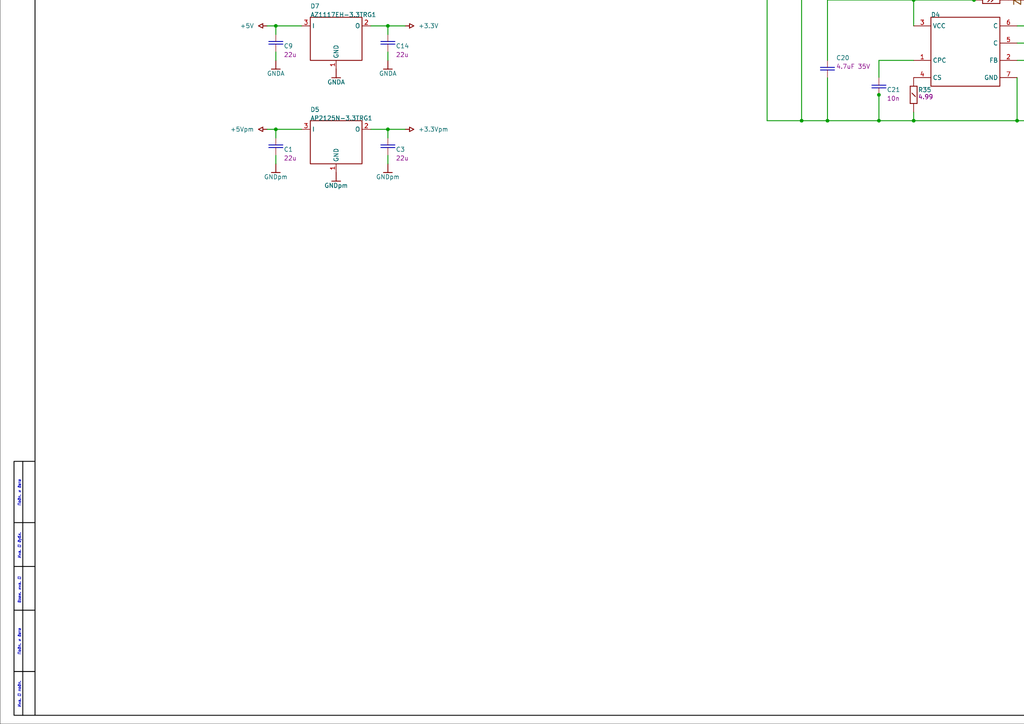
<source format=kicad_sch>
(kicad_sch (version 20230121) (generator eeschema)
  (paper "A4")
  (junction (at 240 35.0072))
  (junction (at 112.5 37.5072))
  (junction (at 317.5 25.0072))
  (junction (at 232.5 -7.4928))
  (junction (at 80 7.5072))
  (junction (at 140 -19.9928))
  (junction (at 355 15.0072))
  (junction (at 305 -19.9928))
  (junction (at 355 0.0072))
  (junction (at 137.5 -9.9928))
  (junction (at 282.5 0.0072))
  (junction (at 375 15.0072))
  (junction (at 267.5 -19.9928))
  (junction (at 345 0.0072))
  (junction (at 317.5 35.0072))
  (junction (at 375 -19.9928))
  (junction (at 357.5 -49.9928))
  (junction (at 345 -4.9928))
  (junction (at 112.5 7.5072))
  (junction (at 307.5 0.0072))
  (junction (at 335 -57.4928))
  (junction (at 272.5 -19.9928))
  (junction (at 300 -2.4928))
  (junction (at 375 -4.9928))
  (junction (at 355 -19.9928))
  (junction (at 254.92 35.0072))
  (junction (at 110 -47.4928))
  (junction (at 100 -37.4928))
  (junction (at 282.5 -19.9928))
  (junction (at 307.5 17.5072))
  (junction (at 232.5 -19.9928))
  (junction (at 300 -9.9928))
  (junction (at 307.5 35.0072))
  (junction (at 305 -12.4128))
  (junction (at 345 -19.9928))
  (junction (at 370 -49.9928))
  (junction (at 265 35.0072))
  (junction (at 375 0.0072))
  (junction (at 135 -19.9928))
  (junction (at 80 37.5072))
  (junction (at 300 7.5072))
  (junction (at 357.5 -64.9928))
  (junction (at 295 -19.9928))
  (junction (at 345 -57.4928))
  (junction (at 247.5 -19.9928))
  (junction (at 140 -42.4928))
  (junction (at 124.84 -19.9928))
  (junction (at 295 35.0072))
  (junction (at 137.5 -42.4928))
  (junction (at 355 -4.9928))
  (junction (at 265 0.0072))
  (junction (at 345 15.0072))
  (junction (at 137.5 -14.9928))
  (junction (at 232.5 35.0072))
  (junction (at 350 -4.9928))
  (junction (at 254.92 27.5072))
  (wire (pts (xy 267.5 -19.9928) (xy 272.5 -19.9928)) (stroke (width 0.254)))
  (wire (pts (xy 375 -4.9928) (xy 377.5 -4.9928)) (stroke (width 0.254)))
  (wire (pts (xy 232.5 -14.9928) (xy 232.5 -19.9928)) (stroke (width 0.254)))
  (wire (pts (xy 265 35.0072) (xy 265 32.5072)) (stroke (width 0.254)))
  (wire (pts (xy 305 -9.9928) (xy 305 -12.4128)) (stroke (width 0.254)))
  (wire (pts (xy 80 40.0072) (xy 80 37.5072)) (stroke (width 0.254)))
  (wire (pts (xy 320 15.0072) (xy 317.5 15.0072)) (stroke (width 0.254)))
  (wire (pts (xy 305 -19.9928) (xy 320 -19.9928)) (stroke (width 0.254)))
  (wire (pts (xy 232.5 -12.4928) (xy 232.5 -7.4928)) (stroke (width 0.254)))
  (wire (pts (xy 112.5 47.5072) (xy 112.5 45.0872)) (stroke (width 0.254)))
  (wire (pts (xy 262.5 -14.9928) (xy 267.5 -14.9928)) (stroke (width 0.254)))
  (wire (pts (xy 137.5 -29.9928) (xy 137.5 -14.9928)) (stroke (width 0.254)))
  (wire (pts (xy 167.5 -54.9928) (xy 202.5 -54.9928)) (stroke (width 0.254)))
  (wire (pts (xy 232.5 -7.4928) (xy 272.5 -7.4928)) (stroke (width 0.254)))
  (wire (pts (xy 182.5 -34.9928) (xy 202.5 -34.9928)) (stroke (width 0.254)))
  (wire (pts (xy 135 -27.4928) (xy 145 -27.4928)) (stroke (width 0.254)))
  (wire (pts (xy 345 12.5072) (xy 345 15.0072)) (stroke (width 0.254)))
  (wire (pts (xy 282.5 -14.9928) (xy 282.5 -19.9928)) (stroke (width 0.254)))
  (wire (pts (xy 335 15.0072) (xy 345 15.0072)) (stroke (width 0.254)))
  (wire (pts (xy 367.5 -64.9928) (xy 357.5 -64.9928)) (stroke (width 0.254)))
  (wire (pts (xy 167.5 -47.4928) (xy 170 -47.4928)) (stroke (width 0.254)))
  (wire (pts (xy 345 -57.4928) (xy 335 -57.4928)) (stroke (width 0.254)))
  (wire (pts (xy 142.5 -39.9928) (xy 142.5 -14.9928)) (stroke (width 0.254)))
  (wire (pts (xy 240 22.5872) (xy 240 35.0072)) (stroke (width 0.254)))
  (wire (pts (xy 355 15.0072) (xy 355 10.0072)) (stroke (width 0.254)))
  (wire (pts (xy 105 -37.4928) (xy 100 -37.4928)) (stroke (width 0.254)))
  (wire (pts (xy 355 0.0072) (xy 355 2.5072)) (stroke (width 0.254)))
  (wire (pts (xy 350 -4.9928) (xy 345 -4.9928)) (stroke (width 0.254)))
  (wire (pts (xy 282.5 -19.9928) (xy 295 -19.9928)) (stroke (width 0.254)))
  (wire (pts (xy 272.5 -7.4928) (xy 272.5 -12.4928)) (stroke (width 0.254)))
  (wire (pts (xy 320 -4.9928) (xy 315 -2.4928)) (stroke (width 0.254)))
  (wire (pts (xy 135 -19.9928) (xy 135 -27.4928)) (stroke (width 0.254)))
  (wire (pts (xy 377.5 -49.9928) (xy 370 -49.9928)) (stroke (width 0.254)))
  (wire (pts (xy 345 -37.4928) (xy 345 -44.9128)) (stroke (width 0.254)))
  (wire (pts (xy 307.5 0.0072) (xy 320 0.0072)) (stroke (width 0.254)))
  (wire (pts (xy 112.5 7.5072) (xy 117.5 7.5072)) (stroke (width 0.254)))
  (wire (pts (xy 107.5 37.5072) (xy 112.5 37.5072)) (stroke (width 0.254)))
  (wire (pts (xy 265 0.0072) (xy 240 0.0072)) (stroke (width 0.254)))
  (wire (pts (xy 345 0.0072) (xy 342.5 0.0072)) (stroke (width 0.254)))
  (wire (pts (xy 142.5 -14.9928) (xy 170 -14.9928)) (stroke (width 0.254)))
  (wire (pts (xy 230 -19.9928) (xy 232.5 -19.9928)) (stroke (width 0.254)))
  (wire (pts (xy 222.5 35.0072) (xy 232.5 35.0072)) (stroke (width 0.254)))
  (wire (pts (xy 352.5 -57.4928) (xy 345 -57.4928)) (stroke (width 0.254)))
  (wire (pts (xy 255 27.5072) (xy 254.92 27.5072)) (stroke (width 0.254)))
  (wire (pts (xy 345 15.0072) (xy 355 15.0072)) (stroke (width 0.254)))
  (wire (pts (xy 254.92 27.5072) (xy 254.92 35.0072)) (stroke (width 0.254)))
  (wire (pts (xy 210 -19.9928) (xy 220 -19.9928)) (stroke (width 0.254)))
  (wire (pts (xy 95.08 -47.4928) (xy 110 -47.4928)) (stroke (width 0.254)))
  (wire (pts (xy 300 -2.4928) (xy 300 -4.9128)) (stroke (width 0.254)))
  (wire (pts (xy 247.5 -14.9928) (xy 252.5 -14.9928)) (stroke (width 0.254)))
  (wire (pts (xy 355 -19.9928) (xy 355 -17.4928)) (stroke (width 0.254)))
  (wire (pts (xy 375 -17.4928) (xy 375 -19.9928)) (stroke (width 0.254)))
  (wire (pts (xy 305 -19.9928) (xy 305 -17.4928)) (stroke (width 0.254)))
  (wire (pts (xy 307.5 35.0072) (xy 295 35.0072)) (stroke (width 0.254)))
  (wire (pts (xy 370 -49.9928) (xy 357.5 -49.9928)) (stroke (width 0.254)))
  (wire (pts (xy 210 -14.9928) (xy 222.5 -14.9928)) (stroke (width 0.254)))
  (wire (pts (xy 232.5 -19.9928) (xy 247.5 -19.9928)) (stroke (width 0.254)))
  (wire (pts (xy 355 15.0072) (xy 375 15.0072)) (stroke (width 0.254)))
  (wire (pts (xy 247.5 -19.9928) (xy 247.5 -14.9928)) (stroke (width 0.254)))
  (wire (pts (xy 322.42 25.0072) (xy 317.5 25.0072)) (stroke (width 0.254)))
  (wire (pts (xy 80 10.0072) (xy 80 7.5072)) (stroke (width 0.254)))
  (wire (pts (xy 100 -34.9928) (xy 100 -37.4928)) (stroke (width 0.254)))
  (wire (pts (xy 345 0.0072) (xy 355 0.0072)) (stroke (width 0.254)))
  (wire (pts (xy 295 7.5072) (xy 300 7.5072)) (stroke (width 0.254)))
  (wire (pts (xy 282.5 -4.9928) (xy 282.5 0.0072)) (stroke (width 0.254)))
  (wire (pts (xy 295 17.5072) (xy 307.5 17.5072)) (stroke (width 0.254)))
  (wire (pts (xy 295 -9.9928) (xy 300 -9.9928)) (stroke (width 0.254)))
  (wire (pts (xy 282.5 0.0072) (xy 265 0.0072)) (stroke (width 0.254)))
  (wire (pts (xy 157.5 -57.4928) (xy 125 -57.4928)) (stroke (width 0.254)))
  (wire (pts (xy 137.5 -42.4928) (xy 140 -42.4928)) (stroke (width 0.254)))
  (wire (pts (xy 317.5 35.0072) (xy 307.5 35.0072)) (stroke (width 0.254)))
  (wire (pts (xy 137.5 -42.4928) (xy 137.5 -64.9928)) (stroke (width 0.254)))
  (wire (pts (xy 80 17.5072) (xy 80 15.0872)) (stroke (width 0.254)))
  (wire (pts (xy 112.5 37.5072) (xy 112.5 40.0072)) (stroke (width 0.254)))
  (wire (pts (xy 272.5 -19.9928) (xy 282.5 -19.9928)) (stroke (width 0.254)))
  (wire (pts (xy 202.5 -69.9928) (xy 195 -69.9928)) (stroke (width 0.254)))
  (wire (pts (xy 112.5 37.5072) (xy 117.5 37.5072)) (stroke (width 0.254)))
  (wire (pts (xy 110 -47.4928) (xy 110 -44.9928)) (stroke (width 0.254)))
  (wire (pts (xy 240 0.0072) (xy 240 17.5072)) (stroke (width 0.254)))
  (wire (pts (xy 140 -42.4928) (xy 142.5 -42.4928)) (stroke (width 0.254)))
  (wire (pts (xy 345 -49.9928) (xy 345 -57.4928)) (stroke (width 0.254)))
  (wire (pts (xy 267.5 -14.9928) (xy 267.5 -19.9928)) (stroke (width 0.254)))
  (wire (pts (xy 322.42 35.0072) (xy 317.5 35.0072)) (stroke (width 0.254)))
  (wire (pts (xy 254.92 22.4272) (xy 254.92 17.5072)) (stroke (width 0.254)))
  (wire (pts (xy 305 -57.4928) (xy 297.5 -57.4928)) (stroke (width 0.254)))
  (wire (pts (xy 295 35.0072) (xy 265 35.0072)) (stroke (width 0.254)))
  (wire (pts (xy 112.5 17.5072) (xy 112.5 15.0872)) (stroke (width 0.254)))
  (wire (pts (xy 307.5 17.5072) (xy 307.5 20.0072)) (stroke (width 0.254)))
  (wire (pts (xy 85 -47.4928) (xy 90 -47.4928)) (stroke (width 0.254)))
  (wire (pts (xy 375 0.0072) (xy 377.5 0.0072)) (stroke (width 0.254)))
  (wire (pts (xy 232.5 35.0072) (xy 232.5 -7.4928)) (stroke (width 0.254)))
  (wire (pts (xy 182.5 -62.4928) (xy 182.5 -34.9928)) (stroke (width 0.254)))
  (wire (pts (xy 254.92 17.5072) (xy 265 17.5072)) (stroke (width 0.254)))
  (wire (pts (xy 112.5 7.5072) (xy 112.5 10.0072)) (stroke (width 0.254)))
  (wire (pts (xy 320 -39.9928) (xy 320 -37.4928)) (stroke (width 0.254)))
  (wire (pts (xy 170 -19.9928) (xy 140 -19.9928)) (stroke (width 0.254)))
  (wire (pts (xy 137.5 -9.9928) (xy 137.5 -14.9928)) (stroke (width 0.254)))
  (wire (pts (xy 320 -57.4928) (xy 315 -57.4928)) (stroke (width 0.254)))
  (wire (pts (xy 80 37.5072) (xy 87.5 37.5072)) (stroke (width 0.254)))
  (wire (pts (xy 300 7.5072) (xy 300 -2.4928)) (stroke (width 0.254)))
  (wire (pts (xy 375 10.0072) (xy 375 15.0072)) (stroke (width 0.254)))
  (wire (pts (xy 357.5 -62.4928) (xy 357.5 -64.9928)) (stroke (width 0.254)))
  (wire (pts (xy 202.5 -39.9928) (xy 195 -39.9928)) (stroke (width 0.254)))
  (wire (pts (xy 124.84 -19.9928) (xy 120 -19.9928)) (stroke (width 0.254)))
  (wire (pts (xy 297.5 0.0072) (xy 307.5 0.0072)) (stroke (width 0.254)))
  (wire (pts (xy 357.5 -49.9928) (xy 357.5 -52.4928)) (stroke (width 0.254)))
  (wire (pts (xy 335 -54.9928) (xy 335 -57.4928)) (stroke (width 0.254)))
  (wire (pts (xy 80 47.5072) (xy 80 45.0872)) (stroke (width 0.254)))
  (wire (pts (xy 307.5 5.0072) (xy 307.5 0.0072)) (stroke (width 0.254)))
  (wire (pts (xy 80 37.5072) (xy 77.5 37.5072)) (stroke (width 0.254)))
  (wire (pts (xy 137.5 -64.9928) (xy 157.5 -64.9928)) (stroke (width 0.254)))
  (wire (pts (xy 355 -9.9928) (xy 355 -4.9928)) (stroke (width 0.254)))
  (wire (pts (xy 335 -4.9928) (xy 345 -4.9928)) (stroke (width 0.254)))
  (wire (pts (xy 157.5 -47.4928) (xy 110 -47.4928)) (stroke (width 0.254)))
  (wire (pts (xy 305 -12.4128) (xy 305 -12.4928)) (stroke (width 0.254)))
  (wire (pts (xy 202.5 -49.9928) (xy 195 -49.9928)) (stroke (width 0.254)))
  (wire (pts (xy 375 2.5072) (xy 375 0.0072)) (stroke (width 0.254)))
  (wire (pts (xy 202.5 -59.9928) (xy 195 -59.9928)) (stroke (width 0.254)))
  (wire (pts (xy 375 -19.9928) (xy 377.5 -19.9928)) (stroke (width 0.254)))
  (wire (pts (xy 375 -9.9928) (xy 375 -4.9928)) (stroke (width 0.254)))
  (wire (pts (xy 265 35.0072) (xy 254.92 35.0072)) (stroke (width 0.254)))
  (wire (pts (xy 140 -39.9928) (xy 142.5 -39.9928)) (stroke (width 0.254)))
  (wire (pts (xy 320 -37.4928) (xy 297.5 -37.4928)) (stroke (width 0.254)))
  (wire (pts (xy 317.5 25.0072) (xy 317.5 35.0072)) (stroke (width 0.254)))
  (wire (pts (xy 190 -19.9928) (xy 197.5 -19.9928)) (stroke (width 0.254)))
  (wire (pts (xy 335 -57.4928) (xy 335 -59.9928)) (stroke (width 0.254)))
  (wire (pts (xy 140 -9.9928) (xy 137.5 -9.9928)) (stroke (width 0.254)))
  (wire (pts (xy 320 -54.9928) (xy 320 -57.4928)) (stroke (width 0.254)))
  (wire (pts (xy 137.5 -39.9928) (xy 137.5 -42.4928)) (stroke (width 0.254)))
  (wire (pts (xy 327.5 25.0072) (xy 350 25.0072)) (stroke (width 0.254)))
  (wire (pts (xy 295 12.5072) (xy 300 12.5072)) (stroke (width 0.254)))
  (wire (pts (xy 327.5 35.0072) (xy 345 35.0072)) (stroke (width 0.254)))
  (wire (pts (xy 222.5 -14.9928) (xy 222.5 35.0072)) (stroke (width 0.254)))
  (wire (pts (xy 345 -19.9928) (xy 342.5 -19.9928)) (stroke (width 0.254)))
  (wire (pts (xy 307.5 30.0072) (xy 307.5 35.0072)) (stroke (width 0.254)))
  (wire (pts (xy 167.5 -62.4928) (xy 182.5 -62.4928)) (stroke (width 0.254)))
  (wire (pts (xy 107.5 7.5072) (xy 112.5 7.5072)) (stroke (width 0.254)))
  (wire (pts (xy 335 -19.9928) (xy 337.5 -19.9928)) (stroke (width 0.254)))
  (wire (pts (xy 367.5 -37.4928) (xy 367.5 -42.4928)) (stroke (width 0.254)))
  (wire (pts (xy 125 -57.4928) (xy 125 -19.9928)) (stroke (width 0.254)))
  (wire (pts (xy 357.5 -64.9928) (xy 357.5 -67.4928)) (stroke (width 0.254)))
  (wire (pts (xy 300 12.5072) (xy 300 7.5072)) (stroke (width 0.254)))
  (wire (pts (xy 137.5 -14.9928) (xy 120 -14.9928)) (stroke (width 0.254)))
  (wire (pts (xy 355 -4.9928) (xy 350 -4.9928)) (stroke (width 0.254)))
  (wire (pts (xy 375 15.0072) (xy 377.5 15.0072)) (stroke (width 0.254)))
  (wire (pts (xy 190 -14.9928) (xy 197.5 -14.9928)) (stroke (width 0.254)))
  (wire (pts (xy 80 7.5072) (xy 77.5 7.5072)) (stroke (width 0.254)))
  (wire (pts (xy 307.5 17.5072) (xy 307.5 15.0072)) (stroke (width 0.254)))
  (wire (pts (xy 350 25.0072) (xy 350 -4.9928)) (stroke (width 0.254)))
  (wire (pts (xy 254.92 35.0072) (xy 240 35.0072)) (stroke (width 0.254)))
  (wire (pts (xy 202.5 -44.9928) (xy 195 -44.9928)) (stroke (width 0.254)))
  (wire (pts (xy 240 35.0072) (xy 232.5 35.0072)) (stroke (width 0.254)))
  (wire (pts (xy 125 -19.9928) (xy 124.84 -19.9928)) (stroke (width 0.254)))
  (wire (pts (xy 265 7.5072) (xy 265 0.0072)) (stroke (width 0.254)))
  (wire (pts (xy 357.5 -47.4928) (xy 357.5 -49.9928)) (stroke (width 0.254)))
  (wire (pts (xy 345 35.0072) (xy 345 15.0072)) (stroke (width 0.254)))
  (wire (pts (xy 295 -19.9928) (xy 305 -19.9928)) (stroke (width 0.254)))
  (wire (pts (xy 345 -4.9928) (xy 345 -7.4928)) (stroke (width 0.254)))
  (wire (pts (xy 345 -17.4928) (xy 345 -19.9928)) (stroke (width 0.254)))
  (wire (pts (xy 300 -9.9928) (xy 305 -9.9928)) (stroke (width 0.254)))
  (wire (pts (xy 367.5 -57.4928) (xy 367.5 -64.9928)) (stroke (width 0.254)))
  (wire (pts (xy 140 -19.9928) (xy 135 -19.9928)) (stroke (width 0.254)))
  (wire (pts (xy 100 -37.4928) (xy 92.5 -37.4928)) (stroke (width 0.254)))
  (wire (pts (xy 140 -42.4928) (xy 140 -39.9928)) (stroke (width 0.254)))
  (wire (pts (xy 335 -37.4928) (xy 335 -39.9928)) (stroke (width 0.254)))
  (wire (pts (xy 295 22.5072) (xy 295 35.0072)) (stroke (width 0.254)))
  (wire (pts (xy 272.5 -19.9928) (xy 272.5 -14.9928)) (stroke (width 0.254)))
  (wire (pts (xy 317.5 15.0072) (xy 317.5 25.0072)) (stroke (width 0.254)))
  (wire (pts (xy 80 7.5072) (xy 87.5 7.5072)) (stroke (width 0.254)))
  (wire (pts (xy 345 -19.9928) (xy 355 -19.9928)) (stroke (width 0.254)))
  (wire (pts (xy 345 2.5072) (xy 345 0.0072)) (stroke (width 0.254)))
  (wire (pts (xy 202.5 -64.9928) (xy 195 -64.9928)) (stroke (width 0.254)))
  (wire (pts (xy 335 0.0072) (xy 337.5 0.0072)) (stroke (width 0.254)))
  (wire (pts (xy 315 -2.4928) (xy 300 -2.4928)) (stroke (width 0.254)))
  (polyline (pts (xy 4.064 194.7672) (xy 10.16 194.7672)) (stroke (width 0.254) (type solid) (color 0 0 0 1)))
  (polyline (pts (xy 419.608 207.4672) (xy 419.608 199.8472)) (stroke (width 0.254) (type solid) (color 0 0 0 1)))
  (polyline (pts (xy 4.064 164.2872) (xy 10.16 164.2872)) (stroke (width 0.254) (type solid) (color 0 0 0 1)))
  (polyline (pts (xy 45.72 -89.2048) (xy 45.72 -81.5848) (xy 10.16 -81.5848)) (stroke (width 0.254) (type solid) (color 0 0 0 1)))
  (polyline (pts (xy 4.064 151.5872) (xy 10.16 151.5872)) (stroke (width 0.254) (type solid) (color 0 0 0 1)))
  (polyline (pts (xy 10.16 133.8072) (xy 4.064 133.8072) (xy 4.064 207.4672) (xy 424.688 207.4672) (xy 424.688 -89.2048) (xy 10.16 -89.2048) (xy 10.16 207.4672)) (stroke (width 0.254) (type solid) (color 0 0 0 1)))
  (polyline (pts (xy 424.688 199.8472) (xy 330.708 199.8472) (xy 330.708 207.4672)) (stroke (width 0.254) (type solid) (color 0 0 0 1)))
  (polyline (pts (xy 351.028 207.4672) (xy 351.028 199.8472)) (stroke (width 0.254) (type solid) (color 0 0 0 1)))
  (polyline (pts (xy 363.728 207.4672) (xy 363.728 199.8472)) (stroke (width 0.254) (type solid) (color 0 0 0 1)))
  (polyline (pts (xy 427.228 210.0072) (xy 427.228 -91.7448) (xy 0 -91.7448) (xy 0 210.0072) (xy 427.228 210.0072)) (stroke (width 0) (type solid) (color 0 0 0 1)))
  (polyline (pts (xy 327.5 -79.9928) (xy 327.5 107.5072)) (stroke (width 0.508) (type dash) (color 0 0 0 1)))
  (polyline (pts (xy 4.064 176.9872) (xy 10.16 176.9872)) (stroke (width 0.254) (type solid) (color 0 0 0 1)))
  (polyline (pts (xy 330.708 202.3872) (xy 363.728 202.3872)) (stroke (width 0) (type solid) (color 0 0 0 1)))
  (polyline (pts (xy 339.344 207.4672) (xy 339.344 199.8472)) (stroke (width 0.254) (type solid) (color 0 0 0 1)))
  (polyline (pts (xy 330.708 204.9272) (xy 363.728 204.9272)) (stroke (width 0.254) (type solid) (color 0 0 0 1)))
  (polyline (pts (xy 6.604 133.8072) (xy 6.604 207.4672)) (stroke (width 0.254) (type solid) (color 0 0 0 1)))
  (polyline (pts (xy 424.688 203.4032) (xy 419.608 203.4032)) (stroke (width 0.254) (type solid) (color 0 0 0 1)))
  (polyline (pts (xy 358.648 207.4672) (xy 358.648 199.8472)) (stroke (width 0.254) (type solid) (color 0 0 0 1)))
  (polyline (pts (xy 334.264 199.8472) (xy 334.264 207.4672)) (stroke (width 0.254) (type solid) (color 0 0 0 1)))
  (text "${DOCUMENTNUMBER}" (at 364.236 206.1972 0) (effects (font (size 2.794 2.794) italic) (justify left bottom)))
  (text "Лист." (at 335.026 206.9592 0) (effects (font (size 0.762 0.762) italic) (justify left bottom)))
  (text "Копировал" (at 366.268 209.4992 0) (effects (font (size 0.762 0.762) italic) (justify left bottom)))
  (text "${DOCUMENTNUMBER}" (at 45.466 -87.4268 0) (effects (font (size 1.778 1.778) italic) (justify right top)))
  (text "${#}" (at 421.386 206.7052 0) (effects (font (size 1.27 1.27) italic) (justify left bottom)))
  (text "Инв. № дубл." (at 6.096 162.2552 90) (effects (font (size 0.762 0.762) italic) (justify left bottom)))
  (text "Инв. № подп." (at 6.096 205.4352 90) (effects (font (size 0.762 0.762) italic) (justify left bottom)))
  (text "Подп. и дата" (at 6.096 190.1952 90) (effects (font (size 0.762 0.762) italic) (justify left bottom)))
  (text "№ докум." (at 341.884 206.9592 0) (effects (font (size 0.762 0.762) italic) (justify left bottom)))
  (text "Изм." (at 331.216 206.9592 0) (effects (font (size 0.762 0.762) italic) (justify left bottom)))
  (text "Подпись" (at 352.298 206.9592 0) (effects (font (size 0.762 0.762) italic) (justify left bottom)))
  (text "Взам. инв. №" (at 6.096 175.2092 90) (effects (font (size 0.762 0.762) italic) (justify left bottom)))
  (text "Формат А1" (at 406.908 209.4992 0) (effects (font (size 0.762 0.762) italic) (justify left bottom)))
  (text "Дата" (at 359.41 206.9592 0) (effects (font (size 0.762 0.762) italic) (justify left bottom)))
  (text "Вход 220 AC" (at 85 -14.9928 0) (effects (font (size 2.794 2.794)) (justify left bottom)))
  (text "Подп. и дата" (at 6.096 147.0152 90) (effects (font (size 0.762 0.762) italic) (justify left bottom)))
  (text "Лист" (at 420.37 202.3872 0) (effects (font (size 0.762 0.762) italic) (justify left bottom)))
  (label "P1" (at 195 -64.9928 0))
  (label "P1" (at 297.5 -57.4928 0))
  (label "P2" (at 297.5 -37.4928 0))
  (label "P2" (at 195 -44.9928 0))
  (label "DA" (at 195 -49.9928 0))
  (label "N" (at 172.5 -62.4928 0))
  (label "L" (at 172.5 -54.9928 0))
  (label "LINE" (at 195 -59.9928 0))
  (label "LINE" (at 120 -19.9928 0))
  (label "DB" (at 195 -69.9928 0))
  (hierarchical_label "PHS" (shape output) (at 377.5 -49.9928 0))
  (hierarchical_label "RELAY" (shape input) (at 92.5 -37.4928 180))
  (hierarchical_label "VP" (shape output) (at 145 -27.4928 0))
  (hierarchical_label "IP" (shape output) (at 142.5 -42.4928 0))
  (symbol (lib_id "Power_Supply L072-altium-import:root_1_1000pF 300VAC") (at 327.5 25.0072 0) (unit 1)
    (property "Reference" "C58" (at 322.5 22.5072 0) (effects (justify left bottom)))
    (property "Value" "1000pF 300VAC" (effects hide))
    (property "Footprint" "L7.5W5H6P7.5" (effects hide))
    (property "PART NUMBER" "6130" (effects hide))
    (property "VENDOR PN" "VY2102M29Y5US6TV7" (effects hide))
    (property "VENDOR" "Vishay" (effects hide))
    (property "ALTIUM_VALUE" "3300pF" (at 320 30.0072 0) (effects (justify left bottom)))
  )
  (symbol (lib_id "Power_Supply L072-altium-import:root_0_CW57-332K") (at 355 -19.9928 0) (unit 1)
    (property "Reference" "L6" (at 365 -27.4928 0) (effects (justify right)))
    (property "Value" "CW57-332K" (effects hide))
    (property "Footprint" "CW57" (effects hide))
    (property "PART NUMBER" "5707" (effects hide))
    (property "VENDOR PN" "CW57-332K" (effects hide))
    (property "VENDOR" "CEC COILS ELECTRONIC" (effects hide))
    (property "ALTIUM_VALUE" "3300u" (at 367.5 -24.9928 0) (effects (justify right)))
  )
  (symbol (lib_id "Power_Supply L072-altium-import:GNDA") (at 112.5 17.5072 0) (unit 1)
    (property "Reference" "#PWR?" (effects hide))
    (property "Value" "GNDA" (at 112.5 21.3172 0))
  )
  (symbol (lib_id "Power_Supply L072-altium-import:+3.3Vpm") (at 117.5 37.5072 90) (unit 1)
    (property "Reference" "#PWR?" (effects hide))
    (property "Value" "+3.3Vpm" (at 121.31 37.5072 90) (effects (justify right)))
  )
  (symbol (lib_id "Power_Supply L072-altium-import:GNDpm") (at 195 -39.9928 270) (unit 1)
    (property "Reference" "#PWR?" (effects hide))
    (property "Value" "GNDpm" (at 191.19 -39.9928 90) (effects (justify right)))
  )
  (symbol (lib_id "Power_Supply L072-altium-import:+5V") (at 377.5 0.0072 90) (unit 1)
    (property "Reference" "#PWR?" (effects hide))
    (property "Value" "+5V" (at 381.31 0.0072 90) (effects (justify right)))
  )
  (symbol (lib_id "Power_Supply L072-altium-import:GNDA") (at 367.5 -37.4928 0) (unit 1)
    (property "Reference" "#PWR?" (effects hide))
    (property "Value" "GNDA" (at 367.5 -33.6828 0))
  )
  (symbol (lib_id "Power_Supply L072-altium-import:+5Vpm") (at 77.5 37.5072 270) (unit 1)
    (property "Reference" "#PWR?" (effects hide))
    (property "Value" "+5Vpm" (at 73.69 37.5072 90) (effects (justify right)))
  )
  (symbol (lib_id "Power_Supply L072-altium-import:GNDpm") (at 137.5 -9.9928 0) (unit 1)
    (property "Reference" "#PWR?" (effects hide))
    (property "Value" "GNDpm" (at 137.5 -6.1828 0))
  )
  (symbol (lib_id "Power_Supply L072-altium-import:root_0_NRC06F10R0TR") (at 292.5 0.0072 0) (unit 1)
    (property "Reference" "R36" (at 287.5 -7.4928 0) (effects (justify top)))
    (property "Value" "0603 10 1%" (effects hide))
    (property "Footprint" "0603" (effects hide))
    (property "PART NUMBER" "5239" (effects hide))
    (property "VENDOR PN" "NRC06F10R0TR" (effects hide))
    (property "VENDOR" "NIC" (effects hide))
    (property "ALTIUM_VALUE" "10" (at 287.5 -2.4928 0) (effects (justify bottom)))
  )
  (symbol (lib_id "Power_Supply L072-altium-import:GNDA") (at 377.5 15.0072 90) (unit 1)
    (property "Reference" "#PWR?" (effects hide))
    (property "Value" "GNDA" (at 381.31 15.0072 90) (effects (justify right)))
  )
  (symbol (lib_id "Power_Supply L072-altium-import:root_2_ES1JFL") (at 90 -47.4928 0) (unit 1)
    (property "Reference" "VD7" (at 91.27 -49.0168 0) (effects (justify left bottom)))
    (property "Value" "ES1JFL" (effects hide))
    (property "Footprint" "SOD123" (effects hide))
    (property "VENDOR" "Fairchild" (effects hide))
    (property "PART NUMBER" "5662" (effects hide))
    (property "VENDOR PN" "ES1JFL" (at 91.27 -43.4288 0) (effects (justify left bottom)))
  )
  (symbol (lib_id "Power_Supply L072-altium-import:root_1_ES1JFL") (at 300 -9.9928 0) (unit 1)
    (property "Reference" "VD12" (at 301.524 -6.1828 0) (effects (justify left bottom)))
    (property "Value" "ES1JFL" (effects hide))
    (property "Footprint" "SOD123" (effects hide))
    (property "VENDOR" "Fairchild" (effects hide))
    (property "PART NUMBER" "5662" (effects hide))
    (property "VENDOR PN" "ES1JFL" (at 301.524 -3.6428 0) (effects (justify left bottom)))
  )
  (symbol (lib_id "Power_Supply L072-altium-import:root_0_TS5W-18.4-18.4-9.2") (at 320 15.0072 0) (unit 1)
    (property "Reference" "T1" (at 322.5 -27.4928 0) (effects (justify bottom)))
    (property "Value" "TS5W-18.4-18.4-9.2" (at 315 -27.4928 0) (effects (justify top)))
    (property "Footprint" "TS5W" (effects hide))
    (property "PART NUMBER" "6015" (effects hide))
    (property "MANUFACTURER PN" "TS5W-18.4-18.4-9.2" (effects hide))
  )
  (symbol (lib_id "Power_Supply L072-altium-import:root_0_NRCV12F4751TR") (at 252.5 -14.9928 0) (unit 1)
    (property "Reference" "R34" (at 255 -17.4928 0) (effects (justify left)))
    (property "Value" "1206 4.75K" (effects hide))
    (property "Footprint" "1206" (effects hide))
    (property "VENDOR PN" "NRCV12F4751TR" (effects hide))
    (property "VENDOR" "NIC" (effects hide))
    (property "PART NUMBER" "5694" (effects hide))
    (property "ALTIUM_VALUE" "4.75K" (at 255 -12.4928 0) (effects (justify left)))
  )
  (symbol (lib_id "Power_Supply L072-altium-import:root_0_KPC354NT") (at 320 -37.4928 0) (unit 1)
    (property "Reference" "VO4" (at 327.5 -54.2428 0) (effects (justify bottom)))
    (property "Value" "KPC354NT" (at 327.5 -41.2428 0) (effects (justify top)))
    (property "Footprint" "KPC354" (effects hide))
    (property "PART NUMBER" "5558" (effects hide))
    (property "VENDOR PN" "KPC354NT0A" (effects hide))
    (property "VENDOR" "Cosmo" (effects hide))
  )
  (symbol (lib_id "Power_Supply L072-altium-import:root_1_NRC10F7682TR") (at 307.5 15.0072 0) (unit 1)
    (property "Reference" "R39" (at 308.754 9.2852 0) (effects (justify left bottom)))
    (property "Value" "0805 76.8 KОм 1%" (effects hide))
    (property "Footprint" "0805" (effects hide))
    (property "MANUFACTURER" "NIC" (effects hide))
    (property "MANUFACTURER PN" "NRC10F7682TR" (effects hide))
    (property "PART NUMBER" "6022" (effects hide))
    (property "ALTIUM_VALUE" "76.8 K" (at 308.754 11.3172 0) (effects (justify left bottom)))
  )
  (symbol (lib_id "Power_Supply L072-altium-import:root_0_GRM188R60J226MEA0D") (at 112.5 10.0072 0) (unit 1)
    (property "Reference" "C14" (at 114.786 14.0712 0) (effects (justify left bottom)))
    (property "Value" "22u 0603" (effects hide))
    (property "Footprint" "D:__Altium_Library_Capacitors_Project Outputs for Capacitors_Capacitors.IntLib_0603" (effects hide))
    (property "TOLERANCE" "±10%" (effects hide))
    (property "POWER/VOLTAGE" "25В" (effects hide))
    (property "TKE" "X7R" (effects hide))
    (property "PART NUMBER" "5716" (effects hide))
    (property "VENDOR PN" "GRM188R60J226MEA0D" (effects hide))
    (property "VENDOR" "Murata" (effects hide))
    (property "ALTIUM_VALUE" "22u" (at 114.786 16.6112 0) (effects (justify left bottom)))
  )
  (symbol (lib_id "Power_Supply L072-altium-import:+5V") (at 77.5 7.5072 270) (unit 1)
    (property "Reference" "#PWR?" (effects hide))
    (property "Value" "+5V" (at 73.69 7.5072 90) (effects (justify right)))
  )
  (symbol (lib_id "Power_Supply L072-altium-import:GNDA") (at 100 -24.9928 0) (unit 1)
    (property "Reference" "#PWR?" (effects hide))
    (property "Value" "GNDA" (at 100 -21.1828 0))
  )
  (symbol (lib_id "Power_Supply L072-altium-import:root_0_AP2125N-3.3TRG1") (at 87.5 7.5072 0) (unit 1)
    (property "Reference" "D7" (at 90 2.5072 0) (effects (justify left bottom)))
    (property "Value" "AZ1117EH-3.3TRG1" (at 90 5.0072 0) (effects (justify left bottom)))
    (property "Footprint" "SOT223" (effects hide))
    (property "PART NUMBER" "6135" (effects hide))
    (property "VENDOR PN" "AZ1117EH-3.3TRG1" (effects hide))
    (property "VENDOR" "Diodes" (effects hide))
  )
  (symbol (lib_id "Power_Supply L072-altium-import:GNDA") (at 97.5 20.0072 0) (unit 1)
    (property "Reference" "#PWR?" (effects hide))
    (property "Value" "GNDA" (at 97.5 23.8172 0))
  )
  (symbol (lib_id "Power_Supply L072-altium-import:+5V") (at 170 -47.4928 90) (unit 1)
    (property "Reference" "#PWR?" (effects hide))
    (property "Value" "+5V" (at 173.81 -47.4928 90) (effects (justify right)))
  )
  (symbol (lib_id "Power_Supply L072-altium-import:root_0_GRM21BC7YA475KE11L") (at 240 17.5072 0) (unit 1)
    (property "Reference" "C20" (at 242.5 17.5072 0) (effects (justify left bottom)))
    (property "Value" "1uF 35V" (effects hide))
    (property "Footprint" "0805" (effects hide))
    (property "TOLERANCE" "±5%" (effects hide))
    (property "POWER/VOLTAGE" "50В" (effects hide))
    (property "TKE" "NP0" (effects hide))
    (property "PART NUMBER" "5576" (effects hide))
    (property "VENDOR PN" "GRM21BC7YA475KE11L" (effects hide))
    (property "VENDOR" "Murata" (effects hide))
    (property "ALTIUM_VALUE" "4.7uF 35V" (at 242.5 20.0072 0) (effects (justify left bottom)))
  )
  (symbol (lib_id "Power_Supply L072-altium-import:root_0_AP2125N-3.3TRG1") (at 87.5 37.5072 0) (unit 1)
    (property "Reference" "D5" (at 90 32.5072 0) (effects (justify left bottom)))
    (property "Value" "AP2125N-3.3TRG1" (at 90 35.0072 0) (effects (justify left bottom)))
    (property "Footprint" "SOT23_3" (effects hide))
    (property "PART NUMBER" "5720" (effects hide))
    (property "VENDOR PN" "AP2125N-3.3TRG1" (effects hide))
    (property "VENDOR" "Diodes" (effects hide))
  )
  (symbol (lib_id "Power_Supply L072-altium-import:GNDA") (at 335 -37.4928 0) (unit 1)
    (property "Reference" "#PWR?" (effects hide))
    (property "Value" "GNDA" (at 335 -33.6828 0))
  )
  (symbol (lib_id "Power_Supply L072-altium-import:root_1_CRCW060343K2FKTA") (at 307.5 20.0072 0) (unit 1)
    (property "Reference" "R40" (at 312.5 25.0072 0) (effects (justify bottom)))
    (property "Value" "0603 43.2K 1%" (effects hide))
    (property "Footprint" "0603" (effects hide))
    (property "PART NUMBER" "5742" (effects hide))
    (property "VENDOR PN" "CRCW060343K2FKTA" (effects hide))
    (property "VENDOR" "Vishay" (effects hide))
    (property "ALTIUM_VALUE" "43.2K" (at 312.5 25.0072 0) (effects (justify top)))
  )
  (symbol (lib_id "Power_Supply L072-altium-import:root_2_CW57-332K") (at 190 -14.9928 0) (unit 1)
    (property "Reference" "L10" (at 177.5 -9.9928 0) (effects (justify right)))
    (property "Value" "CW57-332K" (effects hide))
    (property "Footprint" "CW57" (effects hide))
    (property "PART NUMBER" "5707" (effects hide))
    (property "VENDOR PN" "CW57-332K" (effects hide))
    (property "VENDOR" "CEC COILS ELECTRONIC" (effects hide))
    (property "ALTIUM_VALUE" "3300u" (at 185 -9.9928 0) (effects (justify right)))
  )
  (symbol (lib_id "Power_Supply L072-altium-import:root_1_CRCW0603-4751-FRT1") (at 100 -34.9928 0) (unit 1)
    (property "Reference" "R4" (at 101.254 -30.4608 0) (effects (justify left bottom)))
    (property "Value" "0603 4.75K 1%" (effects hide))
    (property "Footprint" "0603" (effects hide))
    (property "PART NUMBER" "5775" (effects hide))
    (property "VENDOR PN" "CRCW0603-4751-FRT1" (effects hide))
    (property "VENDOR" "Vishay" (effects hide))
    (property "ALTIUM_VALUE" "4.75K" (at 101.254 -28.4288 0) (effects (justify left bottom)))
  )
  (symbol (lib_id "Power_Supply L072-altium-import:root_0_100uF 10V") (at 355 -14.9928 0) (unit 1)
    (property "Reference" "C28" (at 357.5 -14.9928 0) (effects (justify left)))
    (property "Value" "100uF 10V" (effects hide))
    (property "Footprint" "D5P2L15" (effects hide))
    (property "PART NUMBER" "5743" (effects hide))
    (property "VENDOR PN" "TL1A101M-RBD15WP00" (effects hide))
    (property "VENDOR" "FUJICON" (effects hide))
    (property "ALTIUM_VALUE" "100uF 10V" (at 357.5 -12.4928 0) (effects (justify left)))
  )
  (symbol (lib_id "Power_Supply L072-altium-import:+5V") (at 357.5 -67.4928 180) (unit 1)
    (property "Reference" "#PWR?" (effects hide))
    (property "Value" "+5V" (at 357.5 -71.3028 0))
  )
  (symbol (lib_id "Power_Supply L072-altium-import:root_0_BC847C") (at 352.5 -57.4928 0) (unit 1)
    (property "Reference" "VT1" (at 358.262 -55.1668 0) (effects (justify left bottom)))
    (property "Value" "BC847C" (effects hide))
    (property "Footprint" "Transistor.IntLib:SOT23_3" (effects hide))
    (property "PART NUMBER" "5152" (effects hide))
    (property "MANUFACTURER PN" "BC847C" (effects hide))
    (property "MANUFACTURER" "Nexperia" (effects hide))
  )
  (symbol (lib_id "Power_Supply L072-altium-import:+5Vpm") (at 377.5 -19.9928 90) (unit 1)
    (property "Reference" "#PWR?" (effects hide))
    (property "Value" "+5Vpm" (at 381.31 -19.9928 90) (effects (justify right)))
  )
  (symbol (lib_id "Power_Supply L072-altium-import:root_0_SS24") (at 342.5 -19.9928 0) (unit 1)
    (property "Reference" "VD2" (at 338.69 -21.5168 0) (effects (justify left bottom)))
    (property "Value" "SS24" (effects hide))
    (property "Footprint" "Diodes.IntLib:SMB" (effects hide))
    (property "PART NUMBER" "6027" (effects hide))
    (property "MANUFACTURER" "Fairchild" (effects hide))
    (property "MANUFACTURER PN" "SS24" (at 338.69 -15.9288 0) (effects (justify left bottom)))
  )
  (symbol (lib_id "Power_Supply L072-altium-import:root_1_SFR16S0001203JA500") (at 291.25 -14.9928 0) (unit 1)
    (property "Reference" "R38" (at 296.25 -14.9528 0) (effects (justify left bottom)))
    (property "Value" "120K 0.5W" (effects hide))
    (property "Footprint" "SFR16SH" (effects hide))
    (property "VENDOR" "Vishay" (effects hide))
    (property "VENDOR PN" "SFR16S0001203JA500" (effects hide))
    (property "PART NUMBER" "5821" (effects hide))
    (property "PDF" "sfr16s25.pdf" (effects hide))
    (property "ALTIUM_VALUE" "120K" (at 296.25 -12.4128 0) (effects (justify left bottom)))
  )
  (symbol (lib_id "Power_Supply L072-altium-import:root_0_RSS-2W224JB") (at 305 -57.4928 0) (unit 1)
    (property "Reference" "R19" (at 307.5 -59.9928 0) (effects (justify left)))
    (property "Value" "220K 2W" (effects hide))
    (property "Footprint" "RSS2WH" (effects hide))
    (property "PART NUMBER" "6033" (effects hide))
    (property "MANUFACTURER PN" "RSS-2W224JB" (effects hide))
    (property "MANUFACTURER" "CINETECH" (effects hide))
    (property "ALTIUM_VALUE" "220K" (at 307.246 -53.6988 0) (effects (justify left bottom)))
  )
  (symbol (lib_id "Power_Supply L072-altium-import:GNDA") (at 345 -37.4928 0) (unit 1)
    (property "Reference" "#PWR?" (effects hide))
    (property "Value" "GNDA" (at 345 -33.6828 0))
  )
  (symbol (lib_id "Power_Supply L072-altium-import:root_0_GRM188R60J226MEA0D") (at 112.5 40.0072 0) (unit 1)
    (property "Reference" "C3" (at 114.786 44.0712 0) (effects (justify left bottom)))
    (property "Value" "22u 0603" (effects hide))
    (property "Footprint" "D:__Altium_Library_Capacitors_Project Outputs for Capacitors_Capacitors.IntLib_0603" (effects hide))
    (property "TOLERANCE" "±10%" (effects hide))
    (property "POWER/VOLTAGE" "25В" (effects hide))
    (property "TKE" "X7R" (effects hide))
    (property "PART NUMBER" "5716" (effects hide))
    (property "VENDOR PN" "GRM188R60J226MEA0D" (effects hide))
    (property "VENDOR" "Murata" (effects hide))
    (property "ALTIUM_VALUE" "22u" (at 114.786 46.6112 0) (effects (justify left bottom)))
  )
  (symbol (lib_id "Power_Supply L072-altium-import:root_0_RSS-2W511JB") (at 220 -19.9928 0) (unit 1)
    (property "Reference" "R32" (at 222.5 -22.4928 0) (effects (justify left)))
    (property "Value" "510 2W" (effects hide))
    (property "Footprint" "RSS2WV" (effects hide))
    (property "PART NUMBER" "5691" (effects hide))
    (property "VENDOR PN" "RSS-2W511JB" (effects hide))
    (property "VENDOR" "CINETECT" (effects hide))
    (property "ALTIUM_VALUE" "510" (at 225 -17.4928 0) (effects (justify left)))
  )
  (symbol (lib_id "Power_Supply L072-altium-import:root_0_GRM188R60J226MEA0D") (at 80 10.0072 0) (unit 1)
    (property "Reference" "C9" (at 82.286 14.0712 0) (effects (justify left bottom)))
    (property "Value" "22u 0603" (effects hide))
    (property "Footprint" "D:__Altium_Library_SMT.PcbLib_0603" (effects hide))
    (property "TOLERANCE" "±10%" (effects hide))
    (property "POWER/VOLTAGE" "25В" (effects hide))
    (property "TKE" "X7R" (effects hide))
    (property "PART NUMBER" "5716" (effects hide))
    (property "VENDOR PN" "GRM188R60J226MEA0D" (effects hide))
    (property "VENDOR" "Murata" (effects hide))
    (property "ALTIUM_VALUE" "22u" (at 82.286 16.6112 0) (effects (justify left bottom)))
  )
  (symbol (lib_id "Power_Supply L072-altium-import:root_0_GRM188R60J226MEA0D") (at 80 40.0072 0) (unit 1)
    (property "Reference" "C1" (at 82.286 44.0712 0) (effects (justify left bottom)))
    (property "Value" "22u 0603" (effects hide))
    (property "Footprint" "D:__Altium_Library_SMT.PcbLib_0603" (effects hide))
    (property "TOLERANCE" "±10%" (effects hide))
    (property "POWER/VOLTAGE" "25В" (effects hide))
    (property "TKE" "X7R" (effects hide))
    (property "PART NUMBER" "5716" (effects hide))
    (property "VENDOR PN" "GRM188R60J226MEA0D" (effects hide))
    (property "VENDOR" "Murata" (effects hide))
    (property "ALTIUM_VALUE" "22u" (at 82.286 46.6112 0) (effects (justify left bottom)))
  )
  (symbol (lib_id "Power_Supply L072-altium-import:root_0_IRML2502") (at 102.5 -37.4928 0) (unit 1)
    (property "Reference" "VT6" (at 112.754 -40.2068 0) (effects (justify left bottom)))
    (property "Value" "IRML2502" (at 112.754 -37.6668 0) (effects (justify left bottom)))
    (property "Footprint" "SOT23_3" (effects hide))
    (property "ALTIUM_VALUE" "IRLML2502" (effects hide))
    (property "VENDOR" "IRF" (effects hide))
    (property "PART NUMBER" "5830" (effects hide))
    (property "VENDOR PN" "IRLML2502TRPBF" (effects hide))
  )
  (symbol (lib_id "Power_Supply L072-altium-import:root_2_BAV3004W") (at 292.5 0.0072 0) (unit 1)
    (property "Reference" "VD11" (at 292.5 -2.4928 0) (effects (justify left bottom)))
    (property "Value" "BAV3004W" (effects hide))
    (property "Footprint" "SOD123" (effects hide))
    (property "PART NUMBER" "5192" (effects hide))
    (property "VENDOR PN" "BAV3004W" (effects hide))
    (property "VENDOR" "Diodes Inc" (effects hide))
  )
  (symbol (lib_id "Power_Supply L072-altium-import:root_3_NRC06F2003TR") (at 335 -59.9928 0) (unit 1)
    (property "Reference" "R26" (at 336.254 -65.4608 0) (effects (justify left bottom)))
    (property "Value" "0603 200K 1%" (effects hide))
    (property "Footprint" "0603" (effects hide))
    (property "PART NUMBER" "5852" (effects hide))
    (property "MANUFACTURER PN" "NRC06F2003TR" (effects hide))
    (property "MANUFACTURER" "NIC" (effects hide))
    (property "ALTIUM_VALUE" "200K" (at 336.254 -63.4288 0) (effects (justify left bottom)))
  )
  (symbol (lib_id "Power_Supply L072-altium-import:+5V") (at 335 -69.9928 180) (unit 1)
    (property "Reference" "#PWR?" (effects hide))
    (property "Value" "+5V" (at 335 -73.8028 0))
  )
  (symbol (lib_id "Power_Supply L072-altium-import:root_1_NRC06F1001TR") (at 357.5 -47.4928 0) (unit 1)
    (property "Reference" "R45" (at 358.754 -42.9608 0) (effects (justify left bottom)))
    (property "Value" "0603 1K 1%" (effects hide))
    (property "Footprint" "0603" (effects hide))
    (property "PART NUMBER" "5091" (effects hide))
    (property "VENDOR PN" "NRC06F1001TR" (effects hide))
    (property "VENDOR" "NIC" (effects hide))
    (property "ALTIUM_VALUE" "1k" (at 358.754 -40.9288 0) (effects (justify left bottom)))
  )
  (symbol (lib_id "Power_Supply L072-altium-import:root_1_Fuse") (at 124.84 -19.9928 0) (unit 1)
    (property "Reference" "FU1" (at 127.126 -21.2628 0) (effects (justify left bottom)))
    (property "Value" "Предохранитель самовосстанвливающийся RXE-185" (effects hide))
    (property "Footprint" "25F-0500H" (effects hide))
    (property "ALTIUM_VALUE" "25F-0500H" (at 125 -14.9928 0) (effects (justify left bottom)))
    (property "ID" "i60026C5082238000015" (effects hide))
    (property "ПРИМЕЧАНИЕ" "*" (effects hide))
    (property "MANUFACTURERPARTNUMBER" "RXE-185" (effects hide))
    (property "MANUFACTURER" "Raychem" (effects hide))
    (property "COMPONENTLINK1DESCRIPTION" "Параметры" (effects hide))
    (property "COMPONENTLINK1URL" "ftp://192.168.1.200/Datasheets/Raychem/Polycwitch/RXE-300.pdf" (effects hide))
    (property "COMPONENTLINK2DESCRIPTION" "Сайт производителя" (effects hide))
    (property "KEY IMBASE" "i60026C5082238000015" (effects hide))
    (property "PART NUMBER" "5571" (effects hide))
  )
  (symbol (lib_id "Power_Supply L072-altium-import:GNDA") (at 80 17.5072 0) (unit 1)
    (property "Reference" "#PWR?" (effects hide))
    (property "Value" "GNDA" (at 80 21.3172 0))
  )
  (symbol (lib_id "Power_Supply L072-altium-import:root_1_0.47µF 0603") (at 345 -44.9128 0) (unit 1)
    (property "Reference" "C27" (at 347.286 -45.6748 0) (effects (justify left bottom)))
    (property "Value" "470nF 0603" (effects hide))
    (property "Footprint" "0603" (effects hide))
    (property "VOLTAGE" "25В" (effects hide))
    (property "PART NUMBER" "5093" (effects hide))
    (property "MANUFACTURER" "NIC" (effects hide))
    (property "MANUFACTURER PN" "NMC0603X7R474K25TRP" (effects hide))
    (property "CODE" "110105" (effects hide))
    (property "ALTIUM_VALUE" "0.47µF" (at 347.286 -43.1348 0) (effects (justify left bottom)))
  )
  (symbol (lib_id "Power_Supply L072-altium-import:root_2_1000pF 300VAC") (at 305 -17.4928 0) (unit 1)
    (property "Reference" "C23" (at 307.286 -13.1748 0) (effects (justify left bottom)))
    (property "Value" "1000pF 300VAC" (effects hide))
    (property "Footprint" "L7.5W5H6P7.5" (effects hide))
    (property "PART NUMBER" "5556" (effects hide))
    (property "VENDOR PN" "VY2102M29Y5US6TV7" (effects hide))
    (property "VENDOR" "Vishay" (effects hide))
    (property "ALTIUM_VALUE" "1000pF" (at 307.286 -10.6348 0) (effects (justify left bottom)))
  )
  (symbol (lib_id "Power_Supply L072-altium-import:GNDpm") (at 80 47.5072 0) (unit 1)
    (property "Reference" "#PWR?" (effects hide))
    (property "Value" "GNDpm" (at 80 51.3172 0))
  )
  (symbol (lib_id "Power_Supply L072-altium-import:root_0_MDB10S") (at 197.5 -19.9928 0) (unit 1)
    (property "Reference" "D3" (at 199.746 -21.4968 0) (effects (justify left bottom)))
    (property "Value" "Диодная сборка MDB10S" (effects hide))
    (property "Footprint" "MDB10S" (effects hide))
    (property "VENDOR" "Diodes Incorporated" (effects hide))
    (property "PART NUMBER" "6112" (effects hide))
    (property "VENDOR PN" "MDB10S" (at 199.746 -10.9488 0) (effects (justify left bottom)))
  )
  (symbol (lib_id "Power_Supply L072-altium-import:root_1_NRC10J102TR") (at 345 12.5072 0) (unit 1)
    (property "Reference" "R43" (at 346.254 6.7852 0) (effects (justify left bottom)))
    (property "Value" "0805 1 KОм 5%" (effects hide))
    (property "Footprint" "0805" (effects hide))
    (property "MANUFACTURER" "NIC" (effects hide))
    (property "MANUFACTURER PN" "NRC10J102TR" (effects hide))
    (property "PART NUMBER" "6050" (effects hide))
    (property "CODE" "120281" (effects hide))
    (property "ALTIUM_VALUE" "267" (at 346.254 8.8172 0) (effects (justify left bottom)))
  )
  (symbol (lib_id "Power_Supply L072-altium-import:root_1_SFR16S0001004JA500") (at 278.75 -9.9928 0) (unit 1)
    (property "Reference" "R37" (at 283.75 -9.9528 0) (effects (justify left bottom)))
    (property "Value" "1M 0.5W" (effects hide))
    (property "Footprint" "SFR16SH" (effects hide))
    (property "MANUFACTURER" "Vishay" (effects hide))
    (property "MANUFACTURER PN" "SFR16S0001004JA500" (effects hide))
    (property "PART NUMBER" "5820" (effects hide))
    (property "PDF" "sfr16s25.pdf" (effects hide))
    (property "ALTIUM_VALUE" "1M" (at 283.75 -7.4128 0) (effects (justify left bottom)))
    (property "CODE" "120643" (effects hide))
  )
  (symbol (lib_id "Power_Supply L072-altium-import:root_0_100uF 10V") (at 375 -14.9928 0) (unit 1)
    (property "Reference" "C29" (at 380 -12.4928 0) (effects (justify left)))
    (property "Value" "100uF 10V" (effects hide))
    (property "Footprint" "D5P2L15" (effects hide))
    (property "PART NUMBER" "5743" (effects hide))
    (property "VENDOR PN" "TL1A101M-RBD15WP00" (effects hide))
    (property "VENDOR" "FUJICON" (effects hide))
    (property "ALTIUM_VALUE" "100uF 10V" (at 377.5 -9.9928 0) (effects (justify left)))
  )
  (symbol (lib_id "Power_Supply L072-altium-import:GNDA") (at 110 -34.9928 0) (unit 1)
    (property "Reference" "#PWR?" (effects hide))
    (property "Value" "GNDA" (at 110 -31.1828 0))
  )
  (symbol (lib_id "Power_Supply L072-altium-import:root_0_TX2G4R7M-RBG12") (at 272.5 -14.9928 0) (unit 1)
    (property "Reference" "C22" (at 275 -14.9928 0) (effects (justify left)))
    (property "Value" "4.7uF 400V" (effects hide))
    (property "Footprint" "D10P5L12" (effects hide))
    (property "PART NUMBER" "6024" (effects hide))
    (property "MANUFACTURER PN" "TX2G4R7M-RBG12" (effects hide))
    (property "MANUFACTURER" "FUJICON" (effects hide))
    (property "CODE" "110683" (effects hide))
    (property "ALTIUM_VALUE" "4.7uF 400V" (at 267.5 -4.9928 0) (effects (justify left bottom)))
  )
  (symbol (lib_id "Power_Supply L072-altium-import:+3.3V") (at 117.5 7.5072 90) (unit 1)
    (property "Reference" "#PWR?" (effects hide))
    (property "Value" "+3.3V" (at 121.31 7.5072 90) (effects (justify right)))
  )
  (symbol (lib_id "Power_Supply L072-altium-import:root_1_NRC12F4R99TR") (at 265 32.5072 0) (unit 1)
    (property "Reference" "R35" (at 266.254 26.7852 0) (effects (justify left bottom)))
    (property "Value" "NRC12F4R99TR" (effects hide))
    (property "Footprint" "1206" (effects hide))
    (property "MANUFACTURER PN" "NRC12F4R99TR" (effects hide))
    (property "MANUFACTURER" "NIC" (effects hide))
    (property "PART NUMBER" "6025" (effects hide))
    (property "ALTIUM_VALUE" "4.99" (at 266.254 28.8172 0) (effects (justify left bottom)))
  )
  (symbol (lib_id "Power_Supply L072-altium-import:root_1_1000pF 300VAC") (at 327.5 35.0072 0) (unit 1)
    (property "Reference" "C24" (at 322.5 32.5072 0) (effects (justify left bottom)))
    (property "Value" "1000pF 300VAC" (effects hide))
    (property "Footprint" "L7.5W5H6P7.5" (effects hide))
    (property "PART NUMBER" "5556" (effects hide))
    (property "VENDOR PN" "VY2102M29Y5US6TV7" (effects hide))
    (property "VENDOR" "Vishay" (effects hide))
    (property "ALTIUM_VALUE" "1000pF" (at 320 40.0072 0) (effects (justify left bottom)))
  )
  (symbol (lib_id "Power_Supply L072-altium-import:root_1_MSR1-0R03F1") (at 137.5 -29.9928 0) (unit 1)
    (property "Reference" "R3" (at 138.754 -35.2068 0) (effects (justify left bottom)))
    (property "Value" "0.03 1W" (effects hide))
    (property "Footprint" "BR1" (effects hide))
    (property "PART NUMBER" "5996" (effects hide))
    (property "MANUFACTURER PN" "MSR1-0R03F1" (effects hide))
    (property "MANUFACTURER" "Riedon" (effects hide))
    (property "CODE" "120692" (effects hide))
    (property "ALTIUM_VALUE" "0.03" (at 138.754 -32.6668 0) (effects (justify left bottom)))
  )
  (symbol (lib_id "Power_Supply L072-altium-import:root_0_SS24") (at 342.5 0.0072 0) (unit 1)
    (property "Reference" "VD13" (at 338.69 -1.5168 0) (effects (justify left bottom)))
    (property "Value" "SS24" (effects hide))
    (property "Footprint" "SMB" (effects hide))
    (property "PART NUMBER" "6027" (effects hide))
    (property "MANUFACTURER" "Fairchild" (effects hide))
    (property "MANUFACTURER PN" "SS24" (at 338.69 4.0712 0) (effects (justify left bottom)))
  )
  (symbol (lib_id "Power_Supply L072-altium-import:root_0_TX2G4R7M-RBG12") (at 232.5 -14.9928 0) (unit 1)
    (property "Reference" "C19" (at 235 -14.9928 0) (effects (justify left)))
    (property "Value" "4.7uF 400V" (effects hide))
    (property "Footprint" "D10P5L12" (effects hide))
    (property "PART NUMBER" "6024" (effects hide))
    (property "MANUFACTURER PN" "TX2G4R7M-RBG12" (effects hide))
    (property "MANUFACTURER" "FUJICON" (effects hide))
    (property "CODE" "110683" (effects hide))
    (property "ALTIUM_VALUE" "4.7uF 400V" (at 235.304 -11.3168 0) (effects (justify left bottom)))
  )
  (symbol (lib_id "Power_Supply L072-altium-import:root_0_470uF 10V") (at 375 5.0072 0) (unit 1)
    (property "Reference" "C26" (at 377.5 5.0072 0) (effects (justify left)))
    (property "Value" "470uF 10V" (effects hide))
    (property "Footprint" "D8P3.5L12" (effects hide))
    (property "PART NUMBER" "6029" (effects hide))
    (property "MANUFACTURER PN" "TL1A471M-RBF11WP00" (effects hide))
    (property "MANUFACTURER" "FUJICON" (effects hide))
    (property "CODE" "110494" (effects hide))
    (property "ALTIUM_VALUE" "470uF 10V" (at 377.5 7.5072 0) (effects (justify left)))
  )
  (symbol (lib_id "Power_Supply L072-altium-import:root_0_CW57-332K") (at 247.5 -19.9928 0) (unit 1)
    (property "Reference" "L2" (at 257.5 -27.4928 0) (effects (justify right)))
    (property "Value" "CW57-332K" (effects hide))
    (property "Footprint" "CW57" (effects hide))
    (property "PART NUMBER" "5707" (effects hide))
    (property "VENDOR PN" "CW57-332K" (effects hide))
    (property "VENDOR" "CEC COILS ELECTRONIC" (effects hide))
    (property "ALTIUM_VALUE" "3300u" (at 260 -24.9928 0) (effects (justify right)))
  )
  (symbol (lib_id "Power_Supply L072-altium-import:root_0_BAT54S") (at 367.5 -42.4928 0) (unit 1)
    (property "Reference" "VD5" (at 370 -53.9928 0) (effects (justify left)))
    (property "Value" "BAT54S" (at 370 -42.4928 0) (effects (justify left)))
    (property "Footprint" "SOT23_3" (effects hide))
    (property "PART NUMBER" "25" (effects hide))
    (property "VENDOR PN" "BAT54S" (effects hide))
    (property "VENDOR" "Fairchild" (effects hide))
  )
  (symbol (lib_id "Power_Supply L072-altium-import:root_0_CW57-332K") (at 355 0.0072 0) (unit 1)
    (property "Reference" "L3" (at 375 -2.4928 0) (effects (justify right)))
    (property "Value" "CW57-332K" (effects hide))
    (property "Footprint" "FALCH4W-1014-821K" (effects hide))
    (property "PART NUMBER" "6131" (effects hide))
    (property "VENDOR PN" "CW57-332K" (effects hide))
    (property "VENDOR" "CEC COILS ELECTRONIC" (effects hide))
    (property "ALTIUM_VALUE" "821u" (at 367.5 2.5072 0) (effects (justify right)))
  )
  (symbol (lib_id "Power_Supply L072-altium-import:GNDA") (at 357.5 -37.4928 0) (unit 1)
    (property "Reference" "#PWR?" (effects hide))
    (property "Value" "GNDA" (at 357.5 -33.6828 0))
  )
  (symbol (lib_id "Power_Supply L072-altium-import:root_1_VAR10-130 LYING") (at 140 -9.9928 0) (unit 1)
    (property "Reference" "RU1" (at 145 -17.4928 0) (effects (justify left)))
    (property "Value" "V10E320P" (at 145 -9.9928 0) (effects (justify left)))
    (property "Footprint" "V10E320P - HOR" (effects hide))
    (property "ALTIUM_VALUE" "*" (effects hide))
    (property "PART NUMBER" "6099" (effects hide))
  )
  (symbol (lib_id "Power_Supply L072-altium-import:root_0_CW57-332K") (at 170 -19.9928 0) (unit 1)
    (property "Reference" "L11" (at 177.5 -24.9928 0) (effects (justify right)))
    (property "Value" "CW57-332K" (effects hide))
    (property "Footprint" "CW57" (effects hide))
    (property "PART NUMBER" "5707" (effects hide))
    (property "VENDOR PN" "CW57-332K" (effects hide))
    (property "VENDOR" "CEC COILS ELECTRONIC" (effects hide))
    (property "ALTIUM_VALUE" "3300u" (at 185 -24.9928 0) (effects (justify right)))
  )
  (symbol (lib_id "Power_Supply L072-altium-import:root_0_15247141") (at 202.5 -69.9928 0) (unit 2)
    (property "Reference" "X1" (at 210 -79.9928 0) (effects (justify bottom)))
    (property "Value" "15247141" (effects hide))
    (property "Footprint" "MOLEX_15247141" (effects hide))
    (property "ALTIUM_VALUE" "*" (effects hide))
    (property "PART NUMBER" "6039" (effects hide))
  )
  (symbol (lib_id "Power_Supply L072-altium-import:GNDpm") (at 97.5 50.0072 0) (unit 1)
    (property "Reference" "#PWR?" (effects hide))
    (property "Value" "GNDpm" (at 97.5 53.8172 0))
  )
  (symbol (lib_id "Power_Supply L072-altium-import:root_0_470uF 10V") (at 355 5.0072 0) (unit 1)
    (property "Reference" "C25" (at 360 5.0072 0) (effects (justify left)))
    (property "Value" "470uF 10V" (effects hide))
    (property "Footprint" "D8P3.5L12" (effects hide))
    (property "PART NUMBER" "6029" (effects hide))
    (property "MANUFACTURER PN" "TL1A471M-RBF11WP00" (effects hide))
    (property "MANUFACTURER" "FUJICON" (effects hide))
    (property "CODE" "110494" (effects hide))
    (property "ALTIUM_VALUE" "470uF 10V" (at 360 7.5072 0) (effects (justify left)))
  )
  (symbol (lib_id "Power_Supply L072-altium-import:+5V") (at 85 -47.4928 270) (unit 1)
    (property "Reference" "#PWR?" (effects hide))
    (property "Value" "+5V" (at 81.19 -47.4928 90) (effects (justify right)))
  )
  (symbol (lib_id "Power_Supply L072-altium-import:root_1_10nF 0603") (at 254.92 27.5072 0) (unit 1)
    (property "Reference" "C21" (at 257.206 26.7452 0) (effects (justify left bottom)))
    (property "Value" "10nF 0603" (effects hide))
    (property "Footprint" "0603" (effects hide))
    (property "VOLTAGE" "50В" (effects hide))
    (property "PART NUMBER" "5094" (effects hide))
    (property "VENDOR" "NIC" (effects hide))
    (property "VENDOR PN" "NMC0603X7R103J50TRP" (effects hide))
    (property "ALTIUM_VALUE" "10n" (at 257.206 29.2852 0) (effects (justify left bottom)))
  )
  (symbol (lib_id "Power_Supply L072-altium-import:root_0_RM84-2012-35-1005") (at 157.5 -64.9928 0) (unit 1)
    (property "Reference" "K1" (at 159.746 -68.2548 0) (effects (justify left bottom)))
    (property "Value" "RM84-2012-35-1005" (effects hide))
    (property "Footprint" "RM842012" (effects hide))
    (property "VENDOR" "Relpol" (effects hide))
    (property "PART NUMBER" "5688" (effects hide))
    (property "VENDOR PN" "RM84-2012-35-1005" (at 159.746 -40.2068 0) (effects (justify left bottom)))
  )
  (symbol (lib_id "Power_Supply L072-altium-import:GNDpm") (at 112.5 47.5072 0) (unit 1)
    (property "Reference" "#PWR?" (effects hide))
    (property "Value" "GNDpm" (at 112.5 51.3172 0))
  )
  (symbol (lib_id "Power_Supply L072-altium-import:GNDpm") (at 377.5 -4.9928 90) (unit 1)
    (property "Reference" "#PWR?" (effects hide))
    (property "Value" "GNDpm" (at 381.31 -4.9928 90) (effects (justify right)))
  )
  (symbol (lib_id "Power_Supply L072-altium-import:root_1_NRC10J102TR") (at 345 -7.4928 0) (unit 1)
    (property "Reference" "R44" (at 346.254 -13.2148 0) (effects (justify left bottom)))
    (property "Value" "0805 1 KОм 5%" (effects hide))
    (property "Footprint" "0805" (effects hide))
    (property "MANUFACTURER" "NIC" (effects hide))
    (property "MANUFACTURER PN" "NRC10J102TR" (effects hide))
    (property "PART NUMBER" "6050" (effects hide))
    (property "CODE" "120281" (effects hide))
    (property "ALTIUM_VALUE" "267" (at 346.254 -11.1828 0) (effects (justify left bottom)))
  )
  (symbol (lib_id "Power_Supply L072-altium-import:root_0_CW57-332K") (at 355 -4.9928 0) (unit 1)
    (property "Reference" "L8" (at 370 -9.9928 0) (effects (justify right)))
    (property "Value" "CW57-332K" (effects hide))
    (property "Footprint" "CW57" (effects hide))
    (property "PART NUMBER" "6133" (effects hide))
    (property "VENDOR PN" "CW57-332K" (effects hide))
    (property "VENDOR" "CEC COILS ELECTRONIC" (effects hide))
    (property "ALTIUM_VALUE" "3300u" (at 380 -7.4928 0) (effects (justify right)))
  )
  (symbol (lib_id "Power_Supply L072-altium-import:root_0_AP3988") (at 265 7.5072 0) (unit 1)
    (property "Reference" "D4" (at 270 5.0072 0) (effects (justify left bottom)))
    (property "Value" "AP3988" (effects hide))
    (property "Footprint" "SO-7" (effects hide))
    (property "PART NUMBER" "5741" (effects hide))
    (property "VENDOR" "Diodes" (effects hide))
    (property "VENDOR PN" "AP3988MTR" (effects hide))
  )
)
</source>
